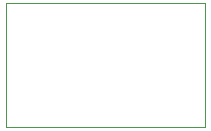
<source format=gm1>
G04*
G04 #@! TF.GenerationSoftware,Altium Limited,Altium Designer,21.1.1 (26)*
G04*
G04 Layer_Color=16711935*
%FSLAX25Y25*%
%MOIN*%
G70*
G04*
G04 #@! TF.SameCoordinates,35221D43-94D7-4FF8-A6B6-1D0A0E8E6920*
G04*
G04*
G04 #@! TF.FilePolarity,Positive*
G04*
G01*
G75*
%ADD21C,0.00394*%
D21*
X197Y197D02*
X66732D01*
X197Y41535D02*
X66732D01*
Y197D02*
Y41535D01*
X197Y197D02*
Y41535D01*
M02*

</source>
